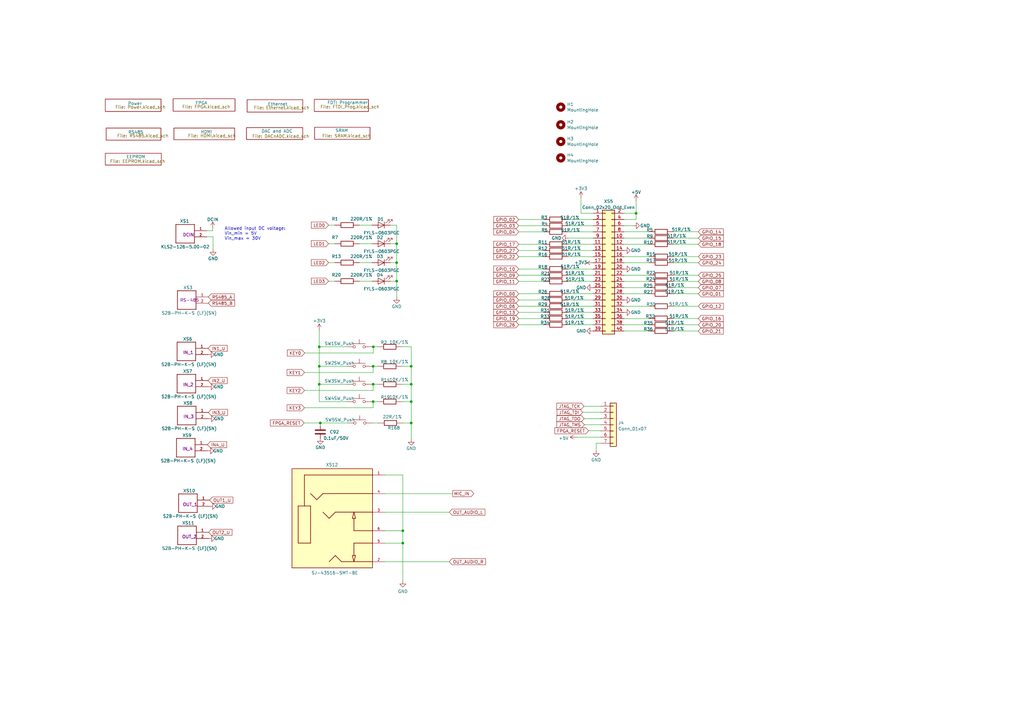
<source format=kicad_sch>
(kicad_sch (version 20230121) (generator eeschema)
  (paper "A3")
  (title_block (title "ПИР СЦХ-254 \"Карно\"\n(Karnix ASB-254)") (date "2024-02-01") (rev "V1.2") (company "ООО \"Фабмикро\"") (comment 1 "ФМТД.466961.029 Э3") (comment 2 "Залата Р.Н."))
  (junction (at 130.937 150.241))
  (junction (at 168.656 173.5))
  (junction (at 165.227 217.678))
  (junction (at 168.656 157.607))
  (junction (at 130.937 157.607))
  (junction (at 162.687 115.316))
  (junction (at 168.656 150.241))
  (junction (at 168.656 164.719))
  (junction (at 153.035 150.241))
  (junction (at 153.035 164.719))
  (junction (at 162.687 99.949))
  (junction (at 260.8904 87.4861))
  (junction (at 165.227 222.758))
  (junction (at 162.687 107.7136))
  (junction (at 130.937 142.24))
  (junction (at 153.1304 142.24))
  (junction (at 153.035 157.607))
  (junction (at 131.3895 173.482))
  (wire (pts (xy 244.5 184.8) (xy 244.5 181.82)))
  (wire (pts (xy 266.0974 97.6461) (xy 255.9374 97.6461)))
  (wire (pts (xy 168.656 150.241) (xy 164.973 150.241)))
  (wire (pts (xy 130.937 135.382) (xy 130.937 142.24)))
  (wire (pts (xy 222.9174 102.7515) (xy 212.7574 102.7515)))
  (wire (pts (xy 238.2844 87.4861) (xy 243.2374 87.4861)))
  (wire (pts (xy 153.035 164.719) (xy 152.4 164.719)))
  (wire (pts (xy 222.9174 100.1861) (xy 212.7574 100.1861)))
  (wire (pts (xy 87.376 97.155) (xy 87.376 102.235)))
  (wire (pts (xy 276.3082 107.7807) (xy 286.4682 107.7807)))
  (wire (pts (xy 276.3122 105.2447) (xy 286.4722 105.2447)))
  (wire (pts (xy 276.2574 95.0807) (xy 286.4174 95.0807)))
  (wire (pts (xy 246.5 169.1) (xy 246.5 169.12)))
  (wire (pts (xy 255.9374 125.6115) (xy 255.9374 125.5861)))
  (wire (pts (xy 276.225 135.763) (xy 286.385 135.763)))
  (wire (pts (xy 243.2374 95.1061) (xy 233.0774 95.1061)))
  (wire (pts (xy 255.9374 95.0807) (xy 255.9374 95.1061)))
  (wire (pts (xy 154.813 157.607) (xy 153.035 157.607)))
  (wire (pts (xy 266.0974 95.0807) (xy 255.9374 95.0807)))
  (wire (pts (xy 165.227 194.818) (xy 165.227 217.678)))
  (wire (pts (xy 239.7 174.2) (xy 246.42 174.2)))
  (wire (pts (xy 162.687 99.949) (xy 160.147 99.949)))
  (wire (pts (xy 266.0974 125.6115) (xy 255.9374 125.6115)))
  (wire (pts (xy 168.656 173.5) (xy 168.656 180.086)))
  (wire (pts (xy 233.0774 105.2661) (xy 243.2374 105.2661)))
  (wire (pts (xy 162.687 115.316) (xy 160.147 115.316)))
  (wire (pts (xy 276.2574 115.4261) (xy 286.4174 115.4261)))
  (wire (pts (xy 153.035 160.147) (xy 153.035 157.607)))
  (wire (pts (xy 276.2574 125.6115) (xy 286.4174 125.6115)))
  (wire (pts (xy 243.2374 90.0261) (xy 233.0774 90.0261)))
  (wire (pts (xy 243.2374 100.1861) (xy 233.0774 100.1861)))
  (wire (pts (xy 233.0774 120.5061) (xy 243.2374 120.5061)))
  (wire (pts (xy 162.687 99.949) (xy 162.687 107.7136)))
  (wire (pts (xy 276.2574 117.9661) (xy 286.4174 117.9661)))
  (wire (pts (xy 137.287 107.7136) (xy 134.747 107.7136)))
  (wire (pts (xy 162.687 115.316) (xy 162.687 121.92)))
  (wire (pts (xy 266.0974 100.1861) (xy 266.0974 100.1607)))
  (wire (pts (xy 246.5 179.28) (xy 246.42 179.28)))
  (wire (pts (xy 255.925 107.7995) (xy 255.9374 107.7995)))
  (wire (pts (xy 255.925 107.7807) (xy 255.925 107.7995)))
  (wire (pts (xy 266.1482 112.8861) (xy 266.1482 112.9115)))
  (wire (pts (xy 160.147 92.329) (xy 162.687 92.329)))
  (wire (pts (xy 142.24 157.607) (xy 130.937 157.607)))
  (wire (pts (xy 185.674 202.438) (xy 157.861 202.438)))
  (wire (pts (xy 130.937 150.241) (xy 130.937 157.607)))
  (wire (pts (xy 152.527 107.7136) (xy 147.447 107.7136)))
  (wire (pts (xy 124.7148 173.482) (xy 131.3895 173.482)))
  (wire (pts (xy 137.287 115.316) (xy 134.747 115.316)))
  (wire (pts (xy 222.9174 130.6661) (xy 212.7574 130.6661)))
  (wire (pts (xy 255.9374 130.6661) (xy 266.0466 130.6661)))
  (wire (pts (xy 153.1304 144.78) (xy 153.1304 142.24)))
  (wire (pts (xy 276.2574 100.1607) (xy 286.4174 100.1607)))
  (wire (pts (xy 260.8904 87.4861) (xy 255.9374 87.4861)))
  (wire (pts (xy 157.861 210.058) (xy 184.277 210.058)))
  (wire (pts (xy 259.7474 92.5661) (xy 255.9374 92.5661)))
  (wire (pts (xy 246.5 171.7) (xy 246.5 171.66)))
  (wire (pts (xy 153.035 152.781) (xy 153.035 150.241)))
  (wire (pts (xy 157.861 222.758) (xy 165.227 222.758)))
  (wire (pts (xy 266.0974 133.2061) (xy 266.0974 133.2315)))
  (wire (pts (xy 239 169.1) (xy 246.5 169.1)))
  (wire (pts (xy 222.9174 112.8861) (xy 212.7574 112.8861)))
  (wire (pts (xy 124.8726 167.259) (xy 153.035 167.259)))
  (wire (pts (xy 255.9374 105.2661) (xy 266.1522 105.2661)))
  (wire (pts (xy 243.2374 102.7515) (xy 243.2374 102.7261)))
  (wire (pts (xy 221.68 174.5) (xy 221.7 174.5)))
  (wire (pts (xy 266.0466 130.6661) (xy 266.0466 130.6407)))
  (wire (pts (xy 212.7574 92.5661) (xy 222.9174 92.5661)))
  (wire (pts (xy 266.1482 107.7807) (xy 255.925 107.7807)))
  (wire (pts (xy 233.0774 123.0461) (xy 243.2374 123.0461)))
  (wire (pts (xy 142.24 164.719) (xy 130.937 164.719)))
  (wire (pts (xy 165.23 173.5) (xy 168.656 173.5)))
  (wire (pts (xy 260.8904 82.4061) (xy 260.8904 87.4861)))
  (wire (pts (xy 168.656 157.607) (xy 168.656 164.719)))
  (wire (pts (xy 233.0774 102.7515) (xy 243.2374 102.7515)))
  (wire (pts (xy 236.4 179.3) (xy 246.5 179.3)))
  (wire (pts (xy 153.035 167.259) (xy 153.035 164.719)))
  (wire (pts (xy 168.656 164.719) (xy 168.656 173.5)))
  (wire (pts (xy 239.5 166.6) (xy 246.5 166.6)))
  (wire (pts (xy 222.9174 120.5061) (xy 212.7574 120.5061)))
  (wire (pts (xy 246.5 166.6) (xy 246.5 166.58)))
  (wire (pts (xy 222.9174 105.2661) (xy 212.7574 105.2661)))
  (wire (pts (xy 246.5 176.74) (xy 246.42 176.74)))
  (wire (pts (xy 222.9174 128.1261) (xy 212.7574 128.1261)))
  (wire (pts (xy 162.687 107.7136) (xy 162.687 115.316)))
  (wire (pts (xy 222.9174 133.2061) (xy 212.7574 133.2061)))
  (wire (pts (xy 165.227 222.758) (xy 165.227 238.252)))
  (wire (pts (xy 157.861 217.678) (xy 165.227 217.678)))
  (wire (pts (xy 153.035 157.607) (xy 152.4 157.607)))
  (wire (pts (xy 260.8904 90.0261) (xy 260.8904 87.4861)))
  (wire (pts (xy 266.1522 105.2661) (xy 266.1522 105.2447)))
  (wire (pts (xy 152.527 92.329) (xy 147.447 92.329)))
  (wire (pts (xy 255.9374 135.7461) (xy 266.065 135.7461)))
  (wire (pts (xy 87.249 93.599) (xy 87.249 94.615)))
  (wire (pts (xy 152.527 115.316) (xy 147.447 115.316)))
  (wire (pts (xy 255.9374 133.2061) (xy 266.0974 133.2061)))
  (wire (pts (xy 168.656 142.24) (xy 164.973 142.24)))
  (wire (pts (xy 212.7574 123.0461) (xy 222.9174 123.0461)))
  (wire (pts (xy 154.813 142.24) (xy 153.1304 142.24)))
  (wire (pts (xy 153.1304 142.24) (xy 152.4 142.24)))
  (wire (pts (xy 124.8726 160.147) (xy 153.035 160.147)))
  (wire (pts (xy 233.0774 133.2061) (xy 243.2374 133.2061)))
  (wire (pts (xy 168.656 150.241) (xy 168.656 142.24)))
  (wire (pts (xy 130.937 157.607) (xy 130.937 164.719)))
  (wire (pts (xy 165.227 217.678) (xy 165.227 222.758)))
  (wire (pts (xy 246.5 171.66) (xy 246.42 171.66)))
  (wire (pts (xy 233.0774 112.8861) (xy 243.2374 112.8861)))
  (wire (pts (xy 124.8726 152.781) (xy 153.035 152.781)))
  (wire (pts (xy 239.6 171.7) (xy 246.5 171.7)))
  (wire (pts (xy 131.3895 174.6287) (xy 131.3895 173.482)))
  (wire (pts (xy 152.6548 173.482) (xy 155.07 173.482)))
  (wire (pts (xy 233.0774 97.6461) (xy 243.2374 97.6461)))
  (wire (pts (xy 243.2374 110.3461) (xy 233.0774 110.3461)))
  (wire (pts (xy 255.9374 112.8861) (xy 266.1482 112.8861)))
  (wire (pts (xy 212.7574 90.0261) (xy 222.9174 90.0261)))
  (wire (pts (xy 276.2574 120.5061) (xy 286.4174 120.5061)))
  (wire (pts (xy 154.813 150.241) (xy 153.035 150.241)))
  (wire (pts (xy 255.9374 107.7995) (xy 255.9374 107.8061)))
  (wire (pts (xy 246.5 169.12) (xy 246.42 169.12)))
  (wire (pts (xy 154.813 164.719) (xy 153.035 164.719)))
  (wire (pts (xy 246.5 179.3) (xy 246.5 179.28)))
  (wire (pts (xy 233.0774 92.5661) (xy 243.2374 92.5661)))
  (wire (pts (xy 137.287 92.329) (xy 134.747 92.329)))
  (wire (pts (xy 276.2574 133.2315) (xy 286.4174 133.2315)))
  (wire (pts (xy 255.9374 90.0261) (xy 260.8904 90.0261)))
  (wire (pts (xy 276.2574 97.6461) (xy 286.4174 97.6461)))
  (wire (pts (xy 246.5 176.7) (xy 246.5 176.74)))
  (wire (pts (xy 130.937 150.241) (xy 130.937 142.24)))
  (wire (pts (xy 243.2374 125.5861) (xy 233.0774 125.5861)))
  (wire (pts (xy 238.2844 81.1361) (xy 238.2844 87.4861)))
  (wire (pts (xy 266.0974 117.9661) (xy 255.9374 117.9661)))
  (wire (pts (xy 157.861 194.818) (xy 165.227 194.818)))
  (wire (pts (xy 222.9174 115.4261) (xy 212.7574 115.4261)))
  (wire (pts (xy 157.861 230.378) (xy 184.277 230.378)))
  (wire (pts (xy 87.249 94.615) (xy 84.836 94.615)))
  (wire (pts (xy 255.9374 100.1861) (xy 266.0974 100.1861)))
  (wire (pts (xy 276.2066 130.6407) (xy 286.3666 130.6407)))
  (wire (pts (xy 155.07 173.482) (xy 155.07 173.5)))
  (wire (pts (xy 130.937 142.24) (xy 142.24 142.24)))
  (wire (pts (xy 255.9374 115.4261) (xy 266.0974 115.4261)))
  (wire (pts (xy 162.687 92.329) (xy 162.687 99.949)))
  (wire (pts (xy 266.065 135.7461) (xy 266.065 135.763)))
  (wire (pts (xy 137.287 99.949) (xy 134.747 99.949)))
  (wire (pts (xy 222.9174 95.1061) (xy 212.7574 95.1061)))
  (wire (pts (xy 233.0774 130.6661) (xy 243.2374 130.6661)))
  (wire (pts (xy 142.24 150.241) (xy 130.937 150.241)))
  (wire (pts (xy 162.687 107.7136) (xy 160.147 107.7136)))
  (wire (pts (xy 266.0974 120.5061) (xy 255.9374 120.5061)))
  (wire (pts (xy 233.0774 128.1261) (xy 243.2374 128.1261)))
  (wire (pts (xy 276.3082 112.9115) (xy 286.4682 112.9115)))
  (wire (pts (xy 168.656 150.241) (xy 168.656 157.607)))
  (wire (pts (xy 246.5 166.58) (xy 246.42 166.58)))
  (wire (pts (xy 241.4 176.7) (xy 246.5 176.7)))
  (wire (pts (xy 152.527 99.949) (xy 147.447 99.949)))
  (wire (pts (xy 124.968 144.78) (xy 153.1304 144.78)))
  (wire (pts (xy 222.9174 110.3461) (xy 212.7574 110.3461)))
  (wire (pts (xy 233.0774 115.4261) (xy 243.2374 115.4261)))
  (wire (pts (xy 244.5 181.82) (xy 246.42 181.82)))
  (wire (pts (xy 168.656 164.719) (xy 164.973 164.719)))
  (wire (pts (xy 153.035 150.241) (xy 152.4 150.241)))
  (wire (pts (xy 222.9174 125.5861) (xy 212.7574 125.5861)))
  (wire (pts (xy 131.3895 173.482) (xy 142.4948 173.482)))
  (wire (pts (xy 84.836 97.155) (xy 87.376 97.155)))
  (wire (pts (xy 168.656 157.607) (xy 164.973 157.607)))
  (text "Allowed input DC voltage:\nVin_min = 5V\nVin_max = 30V" (at 92.075 98.679 0) (effects (font (size 1.27 1.27)) (justify left bottom)))
  (global_label "KEY3" (shape input) (at 124.8726 167.259 180) (property "Intersheetrefs" "${INTERSHEET_REFS}" (effects hide)))
  (global_label "GPIO_14" (shape input) (at 286.4174 95.0807 0) (property "Intersheetrefs" "${INTERSHEET_REFS}" (effects hide)))
  (global_label "OUT_AUDIO_L" (shape input) (at 184.277 210.058 0) (property "Intersheetrefs" "${INTERSHEET_REFS}" (effects hide)) (property "Обозначения листов" "${INTERSHEET_REFS}" (effects hide)))
  (global_label "MIC_IN" (shape output) (at 185.674 202.438 0) (property "Intersheetrefs" "${INTERSHEET_REFS}" (effects hide)) (property "Обозначения листов" "${INTERSHEET_REFS}" (effects hide)))
  (global_label "GPIO_20" (shape input) (at 286.4174 133.2315 0) (property "Intersheetrefs" "${INTERSHEET_REFS}" (effects hide)))
  (global_label "GPIO_00" (shape input) (at 212.7574 120.5061 180) (property "Intersheetrefs" "${INTERSHEET_REFS}" (effects hide)))
  (global_label "GPIO_08" (shape input) (at 286.4174 115.4261 0) (property "Intersheetrefs" "${INTERSHEET_REFS}" (effects hide)))
  (global_label "FPGA_RESET" (shape input) (at 241.4 176.7 180) (property "Intersheetrefs" "${INTERSHEET_REFS}" (effects hide)))
  (global_label "GPIO_09" (shape input) (at 212.7574 112.8861 180) (property "Intersheetrefs" "${INTERSHEET_REFS}" (effects hide)))
  (global_label "GPIO_02" (shape input) (at 212.7574 90.0261 180) (property "Intersheetrefs" "${INTERSHEET_REFS}" (effects hide)))
  (global_label "LED2" (shape input) (at 134.747 107.7136 180) (property "Intersheetrefs" "${INTERSHEET_REFS}" (effects hide)))
  (global_label "GPIO_10" (shape input) (at 212.7574 110.3461 180) (property "Intersheetrefs" "${INTERSHEET_REFS}" (effects hide)))
  (global_label "KEY2" (shape input) (at 124.8726 160.147 180) (property "Intersheetrefs" "${INTERSHEET_REFS}" (effects hide)))
  (global_label "RS485_A" (shape input) (at 85.471 121.793 0) (property "Intersheetrefs" "${INTERSHEET_REFS}" (effects hide)))
  (global_label "IN4_U" (shape input) (at 85.09 182.372 0) (property "Intersheetrefs" "${INTERSHEET_REFS}" (effects hide)) (property "Обозначения листов" "${INTERSHEET_REFS}" (effects hide)))
  (global_label "IN1_U" (shape input) (at 85.344 142.875 0) (property "Intersheetrefs" "${INTERSHEET_REFS}" (effects hide)) (property "Обозначения листов" "${INTERSHEET_REFS}" (effects hide)))
  (global_label "GPIO_03" (shape input) (at 212.7574 92.5661 180) (property "Intersheetrefs" "${INTERSHEET_REFS}" (effects hide)))
  (global_label "GPIO_12" (shape input) (at 286.4174 125.6115 0) (property "Intersheetrefs" "${INTERSHEET_REFS}" (effects hide)))
  (global_label "JTAG_TCK" (shape input) (at 239.5 166.6 180) (property "Intersheetrefs" "${INTERSHEET_REFS}" (effects hide)))
  (global_label "GPIO_06" (shape input) (at 212.7574 125.5861 180) (property "Intersheetrefs" "${INTERSHEET_REFS}" (effects hide)))
  (global_label "IN3_U" (shape input) (at 85.471 169.164 0) (property "Intersheetrefs" "${INTERSHEET_REFS}" (effects hide)) (property "Обозначения листов" "${INTERSHEET_REFS}" (effects hide)))
  (global_label "GPIO_24" (shape input) (at 286.4682 107.7807 0) (property "Intersheetrefs" "${INTERSHEET_REFS}" (effects hide)))
  (global_label "IN2_U" (shape input) (at 85.344 156.083 0) (property "Intersheetrefs" "${INTERSHEET_REFS}" (effects hide)) (property "Обозначения листов" "${INTERSHEET_REFS}" (effects hide)))
  (global_label "JTAG_TDI" (shape input) (at 239 169.1 180) (property "Intersheetrefs" "${INTERSHEET_REFS}" (effects hide)))
  (global_label "RS485_B" (shape input) (at 85.471 124.333 0) (property "Intersheetrefs" "${INTERSHEET_REFS}" (effects hide)))
  (global_label "JTAG_TDO" (shape input) (at 239.6 171.7 180) (property "Intersheetrefs" "${INTERSHEET_REFS}" (effects hide)))
  (global_label "OUT_AUDIO_R" (shape input) (at 184.277 230.378 0) (property "Intersheetrefs" "${INTERSHEET_REFS}" (effects hide)) (property "Обозначения листов" "${INTERSHEET_REFS}" (effects hide)))
  (global_label "GPIO_27" (shape input) (at 212.7574 102.7515 180) (property "Intersheetrefs" "${INTERSHEET_REFS}" (effects hide)))
  (global_label "LED3" (shape input) (at 134.747 115.316 180) (property "Intersheetrefs" "${INTERSHEET_REFS}" (effects hide)))
  (global_label "GPIO_18" (shape input) (at 286.4174 100.1607 0) (property "Intersheetrefs" "${INTERSHEET_REFS}" (effects hide)))
  (global_label "GPIO_23" (shape input) (at 286.4722 105.2447 0) (property "Intersheetrefs" "${INTERSHEET_REFS}" (effects hide)))
  (global_label "KEY0" (shape input) (at 124.968 144.78 180) (property "Intersheetrefs" "${INTERSHEET_REFS}" (effects hide)))
  (global_label "LED0" (shape input) (at 134.747 92.329 180) (property "Intersheetrefs" "${INTERSHEET_REFS}" (effects hide)))
  (global_label "GPIO_17" (shape input) (at 212.7574 100.1861 180) (property "Intersheetrefs" "${INTERSHEET_REFS}" (effects hide)))
  (global_label "GPIO_21" (shape input) (at 286.385 135.763 0) (property "Intersheetrefs" "${INTERSHEET_REFS}" (effects hide)))
  (global_label "GPIO_16" (shape input) (at 286.3666 130.6407 0) (property "Intersheetrefs" "${INTERSHEET_REFS}" (effects hide)))
  (global_label "GPIO_01" (shape input) (at 286.4174 120.5061 0) (property "Intersheetrefs" "${INTERSHEET_REFS}" (effects hide)))
  (global_label "GPIO_05" (shape input) (at 212.7574 123.0461 180) (property "Intersheetrefs" "${INTERSHEET_REFS}" (effects hide)))
  (global_label "GPIO_07" (shape input) (at 286.4174 117.9661 0) (property "Intersheetrefs" "${INTERSHEET_REFS}" (effects hide)))
  (global_label "KEY1" (shape input) (at 124.8726 152.781 180) (property "Intersheetrefs" "${INTERSHEET_REFS}" (effects hide)))
  (global_label "GPIO_13" (shape input) (at 212.7574 128.1261 180) (property "Intersheetrefs" "${INTERSHEET_REFS}" (effects hide)))
  (global_label "LED1" (shape input) (at 134.747 99.949 180) (property "Intersheetrefs" "${INTERSHEET_REFS}" (effects hide)))
  (global_label "GPIO_11" (shape input) (at 212.7574 115.4261 180) (property "Intersheetrefs" "${INTERSHEET_REFS}" (effects hide)))
  (global_label "OUT2_U" (shape input) (at 85.598 218.313 0) (property "Intersheetrefs" "${INTERSHEET_REFS}" (effects hide)) (property "Обозначения листов" "${INTERSHEET_REFS}" (effects hide)))
  (global_label "JTAG_TMS" (shape input) (at 239.7 174.2 180) (property "Intersheetrefs" "${INTERSHEET_REFS}" (effects hide)))
  (global_label "GPIO_19" (shape input) (at 212.7574 130.6661 180) (property "Intersheetrefs" "${INTERSHEET_REFS}" (effects hide)))
  (global_label "GPIO_26" (shape input) (at 212.7574 133.2061 180) (property "Intersheetrefs" "${INTERSHEET_REFS}" (effects hide)))
  (global_label "GPIO_15" (shape input) (at 286.4174 97.6461 0) (property "Intersheetrefs" "${INTERSHEET_REFS}" (effects hide)))
  (global_label "FPGA_RESET" (shape input) (at 124.7148 173.482 180) (property "Intersheetrefs" "${INTERSHEET_REFS}" (effects hide)))
  (global_label "GPIO_04" (shape input) (at 212.7574 95.1061 180) (property "Intersheetrefs" "${INTERSHEET_REFS}" (effects hide)))
  (global_label "GPIO_25" (shape input) (at 286.4682 112.9115 0) (property "Intersheetrefs" "${INTERSHEET_REFS}" (effects hide)))
  (global_label "OUT1_U" (shape input) (at 85.979 205.105 0) (property "Intersheetrefs" "${INTERSHEET_REFS}" (effects hide)) (property "Обозначения листов" "${INTERSHEET_REFS}" (effects hide)))
  (global_label "GPIO_22" (shape input) (at 212.7574 105.2661 180) (property "Intersheetrefs" "${INTERSHEET_REFS}" (effects hide)))
  (symbol (lib_id "Fabmicro:CONN_2Pins") (at 72.644 153.543 0) (unit 1)
    (property "Reference" "XS7" (at 76.962 152.273 0))
    (property "Value" "S2B-PH-K-S (LF)(SN)" (at 77.47 162.687 0))
    (property "Footprint" "Connector_JST:JST_PH_S2B-PH-K_1x02_P2.00mm_Horizontal" (effects hide))
    (property "Assignment" "IN_2" (at 75.057 158.496 0) (effects (justify left bottom)))
    (property "Поле7" "Connector 2 Pins" (effects hide))
    (property "Поле8" "2 Pins Connectors" (effects hide))
    (property "Mfr. Part Number" "S2B-PH-K-S (LF)(SN)" (effects hide))
    (property "Supplier" "Fabmicro" (effects hide))
  )
  (symbol (lib_id "Fabmicro:Resistor") (at 271.1774 120.5061 180) (unit 1)
    (property "Reference" "R27" (at 267.8754 119.7441 0) (effects (justify left)))
    (property "Value" "51R/1%" (at 280.5754 119.6171 0) (effects (justify left)))
    (property "Footprint" "Fabmicro:R_0402_1005Metric" (effects hide))
    (property "Mfr. Part Number" "RC0402FR-0751RL" (effects hide))
    (property "Supplier" "Fabmicro" (effects hide))
  )
  (symbol (lib_id "Fabmicro:Resistor") (at 227.9974 110.3461 180) (unit 1)
    (property "Reference" "R18" (at 224.5938 109.5079 0) (effects (justify left)))
    (property "Value" "51R/1%" (at 237.744 109.347 0) (effects (justify left)))
    (property "Footprint" "Fabmicro:R_0402_1005Metric" (effects hide))
    (property "Mfr. Part Number" "RC0402FR-0751RL" (effects hide))
    (property "Supplier" "Fabmicro" (effects hide))
  )
  (symbol (lib_id "Fabmicro:LED") (at 160.147 107.7136 180) (unit 1)
    (property "Reference" "D3" (at 155.829 105.1736 0))
    (property "Value" "FYLS-0603PGC" (at 156.5148 110.8886 0))
    (property "Footprint" "LED_SMD:LED_0603_1608Metric" (effects hide))
    (property "Mfr. Part Number" "FYLS-0603PGC" (effects hide))
  )
  (symbol (lib_id "Fabmicro:Resistor") (at 159.893 150.241 0) (unit 1)
    (property "Reference" "R8" (at 156.083 148.463 0) (effects (justify left)))
    (property "Value" "10K/1%" (at 159.639 148.336 0) (effects (justify left)))
    (property "Footprint" "Fabmicro:R_0402_1005Metric" (effects hide))
    (property "Mfr. Part Number" "RC0402FR-0710KL" (effects hide))
  )
  (symbol (lib_id "Fabmicro:Resistor") (at 227.9974 95.1061 180) (unit 1)
    (property "Reference" "R6" (at 224.6954 94.3441 0) (effects (justify left)))
    (property "Value" "51R/1%" (at 237.9034 94.3441 0) (effects (justify left)))
    (property "Footprint" "Fabmicro:R_0402_1005Metric" (effects hide))
    (property "Mfr. Part Number" "RC0402FR-0751RL" (effects hide))
    (property "Supplier" "Fabmicro" (effects hide))
  )
  (symbol (lib_id "Fabmicro:Resistor") (at 159.893 142.24 0) (unit 1)
    (property "Reference" "R2" (at 156.083 140.462 0) (effects (justify left)))
    (property "Value" "10K/1%" (at 159.639 140.335 0) (effects (justify left)))
    (property "Footprint" "Fabmicro:R_0402_1005Metric" (effects hide))
    (property "Mfr. Part Number" "RC0402FR-0710KL" (effects hide))
  )
  (symbol (lib_id "Fabmicro:Resistor") (at 142.367 115.316 0) (unit 1)
    (property "Reference" "R20" (at 136.017 112.776 0) (effects (justify left)))
    (property "Value" "220R/1%" (at 143.637 112.776 0) (effects (justify left)))
    (property "Footprint" "Fabmicro:R_0402_1005Metric" (effects hide))
    (property "Mfr. Part Number" "RC0402JR-07220RL" (effects hide))
    (property "Supplier" "Fabmicro" (effects hide))
  )
  (symbol (lib_id "Mechanical:MountingHole") (at 229.997 64.77 0) (unit 1)
    (property "Reference" "H4" (at 232.537 63.6016 0) (effects (justify left)))
    (property "Value" "MountingHole" (at 232.537 65.913 0) (effects (justify left)))
    (property "Footprint" "Fabmicro:MountingHole_3.2mm_M3_ISO7380_NoPad" (effects hide))
  )
  (symbol (lib_id "power:GND") (at 85.598 220.853 90) (unit 1)
    (property "Reference" "#PWR0204" (effects hide))
    (property "Value" "GND" (at 89.916 220.853 90))
  )
  (symbol (lib_id "Fabmicro:CONN_2Pins") (at 73.279 202.565 0) (unit 1)
    (property "Reference" "XS10" (at 77.597 201.295 0))
    (property "Value" "S2B-PH-K-S (LF)(SN)" (at 78.105 211.709 0))
    (property "Footprint" "Connector_JST:JST_PH_S2B-PH-K_1x02_P2.00mm_Horizontal" (effects hide))
    (property "Assignment" "OUT_1" (at 74.93 207.645 0) (effects (justify left bottom)))
    (property "Поле7" "Connector 2 Pins" (effects hide))
    (property "Поле8" "2 Pins Connectors" (effects hide))
    (property "Mfr. Part Number" "S2B-PH-K-S (LF)(SN)" (effects hide))
    (property "Supplier" "Fabmicro" (effects hide))
  )
  (symbol (lib_id "Fabmicro:CONN_2Pins") (at 72.771 166.624 0) (unit 1)
    (property "Reference" "XS8" (at 77.089 165.354 0))
    (property "Value" "S2B-PH-K-S (LF)(SN)" (at 77.597 175.768 0))
    (property "Footprint" "Connector_JST:JST_PH_S2B-PH-K_1x02_P2.00mm_Horizontal" (effects hide))
    (property "Assignment" "IN_3" (at 75.184 171.577 0) (effects (justify left bottom)))
    (property "Поле7" "Connector 2 Pins" (effects hide))
    (property "Поле8" "2 Pins Connectors" (effects hide))
    (property "Mfr. Part Number" "S2B-PH-K-S (LF)(SN)" (effects hide))
    (property "Supplier" "Fabmicro" (effects hide))
  )
  (symbol (lib_id "Fabmicro:Resistor") (at 271.145 135.763 180) (unit 1)
    (property "Reference" "R36" (at 267.843 135.001 0) (effects (justify left)))
    (property "Value" "51R/1%" (at 280.543 134.874 0) (effects (justify left)))
    (property "Footprint" "Fabmicro:R_0402_1005Metric" (effects hide))
    (property "Mfr. Part Number" "RC0402FR-0751RL" (effects hide))
    (property "Supplier" "Fabmicro" (effects hide))
  )
  (symbol (lib_id "Fabmicro:Resistor") (at 227.9974 115.4261 0) (unit 1)
    (property "Reference" "R23" (at 221.7998 114.6387 0) (effects (justify left)))
    (property "Value" "51R/1%" (at 231.909 114.5371 0) (effects (justify left)))
    (property "Footprint" "Fabmicro:R_0402_1005Metric" (effects hide))
    (property "Mfr. Part Number" "RC0402FR-0751RL" (effects hide))
    (property "Supplier" "Fabmicro" (effects hide))
  )
  (symbol (lib_id "Fabmicro:Resistor") (at 227.9974 133.2061 0) (unit 1)
    (property "Reference" "R34" (at 221.6474 132.3679 0) (effects (justify left)))
    (property "Value" "51R/1%" (at 231.655 132.3171 0) (effects (justify left)))
    (property "Footprint" "Fabmicro:R_0402_1005Metric" (effects hide))
    (property "Mfr. Part Number" "RC0402FR-0751RL" (effects hide))
    (property "Supplier" "Fabmicro" (effects hide))
  )
  (symbol (lib_id "Switch:SW_Push") (at 147.32 157.607 0) (unit 1)
    (property "Reference" "SW3" (at 135.128 156.2927 0))
    (property "Value" "SW_Push" (at 141.097 156.2927 0))
    (property "Footprint" "Button_Switch_SMD:SW_SPST_EVQPE1" (effects hide))
    (property "Mfr. Part Number" "DTSM-32" (effects hide))
  )
  (symbol (lib_id "Fabmicro:+3V3") (at 130.937 135.382 0) (unit 1)
    (property "Reference" "#PWR02" (effects hide))
    (property "Value" "+3V3" (at 130.937 131.572 0))
  )
  (symbol (lib_id "power:GND") (at 255.9374 110.3461 90) (mirror x) (unit 1)
    (property "Reference" "#PWR010" (effects hide))
    (property "Value" "GND" (at 260.7634 110.3461 90))
  )
  (symbol (lib_id "Fabmicro:Resistor") (at 227.9974 130.6661 0) (unit 1)
    (property "Reference" "R33" (at 221.6474 129.8279 0) (effects (justify left)))
    (property "Value" "51R/1%" (at 231.655 129.7771 0) (effects (justify left)))
    (property "Footprint" "Fabmicro:R_0402_1005Metric" (effects hide))
    (property "Mfr. Part Number" "RC0402FR-0751RL" (effects hide))
    (property "Supplier" "Fabmicro" (effects hide))
  )
  (symbol (lib_id "Fabmicro:CONN_2Pins") (at 72.771 119.253 0) (unit 1)
    (property "Reference" "XS3" (at 77.089 117.983 0))
    (property "Value" "S2B-PH-K-S (LF)(SN)" (at 77.597 128.397 0))
    (property "Footprint" "Connector_JST:JST_PH_S2B-PH-K_1x02_P2.00mm_Horizontal" (effects hide))
    (property "Assignment" "RS-485" (at 73.787 123.825 0) (effects (justify left bottom)))
    (property "Поле7" "Connector 2 Pins" (effects hide))
    (property "Поле8" "2 Pins Connectors" (effects hide))
    (property "Mfr. Part Number" "S2B-PH-K-S (LF)(SN)" (effects hide))
    (property "Supplier" "Fabmicro" (effects hide))
  )
  (symbol (lib_id "Fabmicro:Resistor") (at 142.367 99.949 0) (unit 1)
    (property "Reference" "R7" (at 136.017 97.409 0) (effects (justify left)))
    (property "Value" "220R/1%" (at 143.637 97.409 0) (effects (justify left)))
    (property "Footprint" "Fabmicro:R_0402_1005Metric" (effects hide))
    (property "Mfr. Part Number" "RC0402JR-07220RL" (effects hide))
    (property "Supplier" "Fabmicro" (effects hide))
  )
  (symbol (lib_id "Fabmicro:+3V3") (at 238.2844 81.1361 0) (unit 1)
    (property "Reference" "#PWR01" (effects hide))
    (property "Value" "+3V3" (at 238.2844 77.3261 0))
  )
  (symbol (lib_id "power:GND") (at 162.687 121.92 0) (mirror y) (unit 1)
    (property "Reference" "#PWR015" (effects hide))
    (property "Value" "GND" (at 162.687 125.73 0))
  )
  (symbol (lib_id "Fabmicro:Resistor") (at 227.9974 128.1261 0) (unit 1)
    (property "Reference" "R31" (at 221.6474 127.2879 0) (effects (justify left)))
    (property "Value" "51R/1%" (at 231.655 127.2371 0) (effects (justify left)))
    (property "Footprint" "Fabmicro:R_0402_1005Metric" (effects hide))
    (property "Mfr. Part Number" "RC0402FR-0751RL" (effects hide))
    (property "Supplier" "Fabmicro" (effects hide))
  )
  (symbol (lib_id "Mechanical:MountingHole") (at 229.997 58.039 0) (unit 1)
    (property "Reference" "H3" (at 232.537 56.8706 0) (effects (justify left)))
    (property "Value" "MountingHole" (at 232.537 59.182 0) (effects (justify left)))
    (property "Footprint" "Fabmicro:MountingHole_3.2mm_M3_ISO7380_NoPad" (effects hide))
  )
  (symbol (lib_id "Fabmicro:Resistor") (at 227.9974 90.0261 180) (unit 1)
    (property "Reference" "R3" (at 224.5684 89.2641 0) (effects (justify left)))
    (property "Value" "51R/1%" (at 237.6494 89.2641 0) (effects (justify left)))
    (property "Footprint" "Fabmicro:R_0402_1005Metric" (effects hide))
    (property "Mfr. Part Number" "RC0402FR-0751RL" (effects hide))
    (property "Supplier" "Fabmicro" (effects hide))
  )
  (symbol (lib_id "power:GND") (at 85.344 158.623 90) (unit 1)
    (property "Reference" "#PWR0200" (effects hide))
    (property "Value" "GND" (at 89.662 158.623 90))
  )
  (symbol (lib_id "Fabmicro:Resistor") (at 271.1266 130.6407 0) (unit 1)
    (property "Reference" "R32" (at 264.7766 129.7263 0) (effects (justify left)))
    (property "Value" "51R/1%" (at 274.4794 129.6247 0) (effects (justify left)))
    (property "Footprint" "Fabmicro:R_0402_1005Metric" (effects hide))
    (property "Mfr. Part Number" "RC0402FR-0751RL" (effects hide))
    (property "Supplier" "Fabmicro" (effects hide))
  )
  (symbol (lib_id "Fabmicro:Resistor") (at 227.9974 92.5661 0) (unit 1)
    (property "Reference" "R4" (at 222.0284 91.8041 0) (effects (justify left)))
    (property "Value" "51R/1%" (at 231.775 91.694 0) (effects (justify left)))
    (property "Footprint" "Fabmicro:R_0402_1005Metric" (effects hide))
    (property "Mfr. Part Number" "RC0402FR-0751RL" (effects hide))
    (property "Supplier" "Fabmicro" (effects hide))
  )
  (symbol (lib_id "Mechanical:MountingHole") (at 229.997 43.942 0) (unit 1)
    (property "Reference" "H1" (at 232.537 42.7736 0) (effects (justify left)))
    (property "Value" "MountingHole" (at 232.537 45.085 0) (effects (justify left)))
    (property "Footprint" "Fabmicro:MountingHole_3.2mm_M3_ISO7380_NoPad" (effects hide))
  )
  (symbol (lib_id "power:GND") (at 255.9374 123.0461 90) (mirror x) (unit 1)
    (property "Reference" "#PWR016" (effects hide))
    (property "Value" "GND" (at 260.7634 123.0461 90))
  )
  (symbol (lib_id "Fabmicro:LED") (at 160.147 92.329 180) (unit 1)
    (property "Reference" "D1" (at 156.083 89.916 0))
    (property "Value" "FYLS-0603PGC" (at 156.5148 95.504 0))
    (property "Footprint" "LED_SMD:LED_0603_1608Metric" (effects hide))
    (property "Mfr. Part Number" "FYLS-0603PGC" (effects hide))
  )
  (symbol (lib_id "Fabmicro:Resistor") (at 227.9974 100.1861 180) (unit 1)
    (property "Reference" "R11" (at 224.5938 99.3479 0) (effects (justify left)))
    (property "Value" "51R/1%" (at 238.259 99.2463 0) (effects (justify left)))
    (property "Footprint" "Fabmicro:R_0402_1005Metric" (effects hide))
    (property "Mfr. Part Number" "RC0402FR-0751RL" (effects hide))
    (property "Supplier" "Fabmicro" (effects hide))
  )
  (symbol (lib_id "Fabmicro:CONN_2Pins") (at 72.644 140.335 0) (unit 1)
    (property "Reference" "XS6" (at 76.962 139.065 0))
    (property "Value" "S2B-PH-K-S (LF)(SN)" (at 77.47 149.479 0))
    (property "Footprint" "Connector_JST:JST_PH_S2B-PH-K_1x02_P2.00mm_Horizontal" (effects hide))
    (property "Assignment" "IN_1" (at 75.057 145.288 0) (effects (justify left bottom)))
    (property "Поле7" "Connector 2 Pins" (effects hide))
    (property "Поле8" "2 Pins Connectors" (effects hide))
    (property "Mfr. Part Number" "S2B-PH-K-S (LF)(SN)" (effects hide))
    (property "Supplier" "Fabmicro" (effects hide))
  )
  (symbol (lib_id "power:GND") (at 255.9374 128.1261 90) (mirror x) (unit 1)
    (property "Reference" "#PWR017" (effects hide))
    (property "Value" "GND" (at 260.7634 128.1261 90))
  )
  (symbol (lib_id "power:GND") (at 131.3895 179.7087 0) (mirror y) (unit 1)
    (property "Reference" "#PWR0222" (effects hide))
    (property "Value" "GND" (at 131.3895 183.5187 0))
  )
  (symbol (lib_id "power:GND") (at 85.979 207.645 90) (unit 1)
    (property "Reference" "#PWR0203" (effects hide))
    (property "Value" "GND" (at 90.297 207.645 90))
  )
  (symbol (lib_id "Fabmicro:CapacitorUnpolarized") (at 131.3895 177.1687 270) (unit 1)
    (property "Reference" "C92" (at 135.1995 177.1687 90) (effects (justify left)))
    (property "Value" "0.1uF/50V" (at 132.6595 179.7087 90) (effects (justify left)))
    (property "Footprint" "Capacitor_SMD:C_0402_1005Metric" (effects hide))
    (property "Mfr. Part Number" "CC0402KRX7R9BB104" (effects hide))
    (property "Supplier" "Fabmicro" (effects hide))
  )
  (symbol (lib_id "Fabmicro:CONN_2Pins") (at 72.898 215.773 0) (unit 1)
    (property "Reference" "XS11" (at 77.216 214.503 0))
    (property "Value" "S2B-PH-K-S (LF)(SN)" (at 77.724 224.917 0))
    (property "Footprint" "Connector_JST:JST_PH_S2B-PH-K_1x02_P2.00mm_Horizontal" (effects hide))
    (property "Assignment" "OUT_2" (at 74.676 220.853 0) (effects (justify left bottom)))
    (property "Поле7" "Connector 2 Pins" (effects hide))
    (property "Поле8" "2 Pins Connectors" (effects hide))
    (property "Mfr. Part Number" "S2B-PH-K-S (LF)(SN)" (effects hide))
    (property "Supplier" "Fabmicro" (effects hide))
  )
  (symbol (lib_id "Fabmicro:Resistor") (at 160.15 173.5 0) (unit 1)
    (property "Reference" "R168" (at 158.972 175.532 0) (effects (justify left)))
    (property "Value" "22R/1%" (at 156.94 170.96 0) (effects (justify left)))
    (property "Footprint" "Resistor_SMD:R_0402_1005Metric" (effects hide))
    (property "Mfr. Part Number" "RC0402FR-0722RL" (effects hide))
    (property "Supplier" "Fabmicro" (effects hide))
  )
  (symbol (lib_id "Fabmicro:Resistor") (at 227.9974 102.7515 180) (unit 1)
    (property "Reference" "R12" (at 224.5938 101.9133 0) (effects (justify left)))
    (property "Value" "51R/1%" (at 238.259 101.8117 0) (effects (justify left)))
    (property "Footprint" "Fabmicro:R_0402_1005Metric" (effects hide))
    (property "Mfr. Part Number" "RC0402FR-0751RL" (effects hide))
    (property "Supplier" "Fabmicro" (effects hide))
  )
  (symbol (lib_id "power:GND") (at 243.2374 117.9661 270) (mirror x) (unit 1)
    (property "Reference" "#PWR014" (effects hide))
    (property "Value" "GND" (at 238.4114 117.9661 90))
  )
  (symbol (lib_id "power:GND") (at 87.376 102.235 0) (unit 1)
    (property "Reference" "#PWR07" (effects hide))
    (property "Value" "GND" (at 87.376 106.045 0))
  )
  (symbol (lib_id "Fabmicro:Resistor") (at 271.1774 117.9661 180) (unit 1)
    (property "Reference" "R25" (at 267.7484 117.2041 0) (effects (justify left)))
    (property "Value" "51R/1%" (at 280.7024 116.9501 0) (effects (justify left)))
    (property "Footprint" "Fabmicro:R_0402_1005Metric" (effects hide))
    (property "Mfr. Part Number" "RC0402FR-0751RL" (effects hide))
    (property "Supplier" "Fabmicro" (effects hide))
  )
  (symbol (lib_id "Fabmicro:CONN_2Pins") (at 72.136 92.075 0) (unit 1)
    (property "Reference" "XS1" (at 75.692 90.678 0))
    (property "Value" "KLS2-126-5.00-02" (at 75.946 101.219 0))
    (property "Footprint" "Fabmicro:KLS2-126-5.00-2_Vertical" (effects hide))
    (property "Assignment" "DCIN" (at 74.93 97.028 0) (effects (justify left bottom)))
    (property "Mfr. Part Number" "KLS2-126-5.00-02" (effects hide))
    (property "Supplier" "Fabmicro" (effects hide))
  )
  (symbol (lib_id "Fabmicro:LED") (at 160.147 99.949 180) (unit 1)
    (property "Reference" "D2" (at 155.829 97.409 0))
    (property "Value" "FYLS-0603PGC" (at 156.5148 103.124 0))
    (property "Footprint" "LED_SMD:LED_0603_1608Metric" (effects hide))
    (property "Mfr. Part Number" "FYLS-0603PGC" (effects hide))
  )
  (symbol (lib_id "power:GND") (at 168.656 180.086 0) (mirror y) (unit 1)
    (property "Reference" "#PWR013" (effects hide))
    (property "Value" "GND" (at 168.656 183.896 0))
  )
  (symbol (lib_id "power:GND") (at 85.344 145.415 90) (unit 1)
    (property "Reference" "#PWR0199" (effects hide))
    (property "Value" "GND" (at 89.662 145.415 90))
  )
  (symbol (lib_id "Switch:SW_Push") (at 147.32 164.719 0) (unit 1)
    (property "Reference" "SW4" (at 135.128 163.4047 0))
    (property "Value" "SW_Push" (at 141.097 163.4047 0))
    (property "Footprint" "Button_Switch_SMD:SW_SPST_EVQPE1" (effects hide))
    (property "Mfr. Part Number" "DTSM-32" (effects hide))
  )
  (symbol (lib_id "Fabmicro:Resistor") (at 271.2282 107.7807 0) (unit 1)
    (property "Reference" "R17" (at 265.0052 106.7647 0) (effects (justify left)))
    (property "Value" "51R/1%" (at 274.1492 106.7647 0) (effects (justify left)))
    (property "Footprint" "Fabmicro:R_0402_1005Metric" (effects hide))
    (property "Mfr. Part Number" "RC0402FR-0751RL" (effects hide))
    (property "Supplier" "Fabmicro" (effects hide))
  )
  (symbol (lib_id "Fabmicro:Resistor") (at 142.367 92.329 0) (unit 1)
    (property "Reference" "R1" (at 136.017 89.789 0) (effects (justify left)))
    (property "Value" "220R/1%" (at 143.637 89.789 0) (effects (justify left)))
    (property "Footprint" "Fabmicro:R_0402_1005Metric" (effects hide))
    (property "Mfr. Part Number" "RC0402JR-07220RL" (effects hide))
    (property "Supplier" "Fabmicro" (effects hide))
  )
  (symbol (lib_id "Fabmicro:Resistor") (at 227.9974 123.0461 0) (unit 1)
    (property "Reference" "R28" (at 221.9014 122.2841 0) (effects (justify left)))
    (property "Value" "51R/1%" (at 231.5534 122.1571 0) (effects (justify left)))
    (property "Footprint" "Fabmicro:R_0402_1005Metric" (effects hide))
    (property "Mfr. Part Number" "RC0402FR-0751RL" (effects hide))
    (property "Supplier" "Fabmicro" (effects hide))
  )
  (symbol (lib_id "Fabmicro:CONN_2Pins") (at 72.39 179.832 0) (unit 1)
    (property "Reference" "XS9" (at 76.708 178.562 0))
    (property "Value" "S2B-PH-K-S (LF)(SN)" (at 77.216 188.976 0))
    (property "Footprint" "Connector_JST:JST_PH_S2B-PH-K_1x02_P2.00mm_Horizontal" (effects hide))
    (property "Assignment" "IN_4" (at 74.803 184.785 0) (effects (justify left bottom)))
    (property "Поле7" "Connector 2 Pins" (effects hide))
    (property "Поле8" "2 Pins Connectors" (effects hide))
    (property "Mfr. Part Number" "S2B-PH-K-S (LF)(SN)" (effects hide))
    (property "Supplier" "Fabmicro" (effects hide))
  )
  (symbol (lib_id "Fabmicro:Resistor") (at 271.1774 125.6115 0) (unit 1)
    (property "Reference" "R30" (at 265.0306 124.7987 0) (effects (justify left)))
    (property "Value" "51R/1%" (at 274.3778 124.6971 0) (effects (justify left)))
    (property "Footprint" "Fabmicro:R_0402_1005Metric" (effects hide))
    (property "Mfr. Part Number" "RC0402FR-0751RL" (effects hide))
    (property "Supplier" "Fabmicro" (effects hide))
  )
  (symbol (lib_id "Fabmicro:Resistor") (at 227.9974 125.5861 180) (unit 1)
    (property "Reference" "R29" (at 224.5684 124.8241 0) (effects (justify left)))
    (property "Value" "51R/1%" (at 237.617 124.841 0) (effects (justify left)))
    (property "Footprint" "Fabmicro:R_0402_1005Metric" (effects hide))
    (property "Mfr. Part Number" "RC0402FR-0751RL" (effects hide))
    (property "Supplier" "Fabmicro" (effects hide))
  )
  (symbol (lib_id "Fabmicro:Resistor") (at 271.1774 95.0807 0) (unit 1)
    (property "Reference" "R5" (at 265.183 94.2679 0) (effects (justify left)))
    (property "Value" "51R/1%" (at 275.463 94.107 0) (effects (justify left)))
    (property "Footprint" "Fabmicro:R_0402_1005Metric" (effects hide))
    (property "Mfr. Part Number" "RC0402FR-0751RL" (effects hide))
    (property "Supplier" "Fabmicro" (effects hide))
  )
  (symbol (lib_id "Fabmicro:Resistor") (at 227.9974 112.8861 0) (unit 1)
    (property "Reference" "R21" (at 221.7744 112.1241 0) (effects (justify left)))
    (property "Value" "51R/1%" (at 231.8074 111.9971 0) (effects (justify left)))
    (property "Footprint" "Fabmicro:R_0402_1005Metric" (effects hide))
    (property "Mfr. Part Number" "RC0402FR-0751RL" (effects hide))
    (property "Supplier" "Fabmicro" (effects hide))
  )
  (symbol (lib_id "Fabmicro:Resistor") (at 271.1774 133.2315 180) (unit 1)
    (property "Reference" "R35" (at 267.8754 132.4695 0) (effects (justify left)))
    (property "Value" "51R/1%" (at 280.5754 132.3425 0) (effects (justify left)))
    (property "Footprint" "Fabmicro:R_0402_1005Metric" (effects hide))
    (property "Mfr. Part Number" "RC0402FR-0751RL" (effects hide))
    (property "Supplier" "Fabmicro" (effects hide))
  )
  (symbol (lib_id "Switch:SW_Push") (at 147.5748 173.482 0) (unit 1)
    (property "Reference" "SW5" (at 135.3828 172.1677 0))
    (property "Value" "SW_Push" (at 141.3518 172.1677 0))
    (property "Footprint" "Button_Switch_SMD:SW_SPST_EVQPE1" (effects hide))
    (property "Mfr. Part Number" "DTSM-32" (effects hide))
  )
  (symbol (lib_id "Connector_Generic:Conn_02x20_Odd_Even") (at 248.3174 110.3461 0) (unit 1)
    (property "Reference" "XS5" (at 249.5874 82.5986 0))
    (property "Value" "Conn_02x20_Odd_Even" (at 249.5874 85.0621 0))
    (property "Footprint" "Connector_PinHeader_2.54mm:PinHeader_2x20_P2.54mm_Vertical" (effects hide))
    (property "Mfr. Part Number" "HEADER_2x20_2.54mm" (effects hide))
  )
  (symbol (lib_id "Fabmicro:Resistor") (at 271.2322 105.2447 0) (unit 1)
    (property "Reference" "R15" (at 265.0092 104.2287 0) (effects (justify left)))
    (property "Value" "51R/1%" (at 274.1532 104.2287 0) (effects (justify left)))
    (property "Footprint" "Fabmicro:R_0402_1005Metric" (effects hide))
    (property "Mfr. Part Number" "RC0402FR-0751RL" (effects hide))
    (property "Supplier" "Fabmicro" (effects hide))
  )
  (symbol (lib_id "Fabmicro:Resistor") (at 271.1774 100.1607 180) (unit 1)
    (property "Reference" "R10" (at 267.8481 99.4359 0) (effects (justify left)))
    (property "Value" "51R/1%" (at 281.4412 99.2022 0) (effects (justify left)))
    (property "Footprint" "Fabmicro:R_0402_1005Metric" (effects hide))
    (property "Mfr. Part Number" "RC0402FR-0751RL" (effects hide))
    (property "Supplier" "Fabmicro" (effects hide))
  )
  (symbol (lib_id "Fabmicro:Resistor") (at 159.893 157.607 0) (unit 1)
    (property "Reference" "R14" (at 156.083 155.829 0) (effects (justify left)))
    (property "Value" "10K/1%" (at 159.639 155.702 0) (effects (justify left)))
    (property "Footprint" "Fabmicro:R_0402_1005Metric" (effects hide))
    (property "Mfr. Part Number" "RC0402FR-0710KL" (effects hide))
  )
  (symbol (lib_id "Mechanical:MountingHole") (at 229.997 51.181 0) (unit 1)
    (property "Reference" "H2" (at 232.537 50.0126 0) (effects (justify left)))
    (property "Value" "MountingHole" (at 232.537 52.324 0) (effects (justify left)))
    (property "Footprint" "Fabmicro:MountingHole_3.2mm_M3_ISO7380_NoPad" (effects hide))
  )
  (symbol (lib_id "Fabmicro:LED") (at 160.147 115.316 180) (unit 1)
    (property "Reference" "D4" (at 155.829 112.776 0))
    (property "Value" "FYLS-0603PGC" (at 156.5148 118.491 0))
    (property "Footprint" "LED_SMD:LED_0603_1608Metric" (effects hide))
    (property "Mfr. Part Number" "FYLS-0603PGC" (effects hide))
  )
  (symbol (lib_id "Switch:SW_Push") (at 147.32 142.24 0) (unit 1)
    (property "Reference" "SW1" (at 135.128 140.9257 0))
    (property "Value" "SW_Push" (at 141.097 140.9257 0))
    (property "Footprint" "Button_Switch_SMD:SW_SPST_EVQPE1" (effects hide))
    (property "Mfr. Part Number" "DTSM-32" (effects hide))
  )
  (symbol (lib_id "power:+5V") (at 260.8904 82.4061 0) (unit 1)
    (property "Reference" "#PWR03" (effects hide))
    (property "Value" "+5V" (at 260.8904 78.839 0))
  )
  (symbol (lib_id "Connector_Generic:Conn_01x07") (at 251.5 174.2 0) (unit 1)
    (property "Reference" "J4" (at 253.532 173.3881 0) (effects (justify left)))
    (property "Value" "Conn_01x07" (at 253.532 175.8516 0) (effects (justify left)))
    (property "Footprint" "Connector_PinHeader_2.00mm:PinHeader_1x07_P2.00mm_Vertical" (effects hide))
  )
  (symbol (lib_id "Fabmicro:Resistor") (at 271.1774 97.6461 180) (unit 1)
    (property "Reference" "R9" (at 267.8481 96.9213 0) (effects (justify left)))
    (property "Value" "51R/1%" (at 281.4412 96.6876 0) (effects (justify left)))
    (property "Footprint" "Fabmicro:R_0402_1005Metric" (effects hide))
    (property "Mfr. Part Number" "RC0402FR-0751RL" (effects hide))
    (property "Supplier" "Fabmicro" (effects hide))
  )
  (symbol (lib_id "power:+5V") (at 236.4 179.3 90) (unit 1)
    (property "Reference" "#PWR0221" (effects hide))
    (property "Value" "+5V" (at 233.2251 179.7198 90) (effects (justify left)))
  )
  (symbol (lib_id "Fabmicro:Resistor") (at 227.9974 120.5061 180) (unit 1)
    (property "Reference" "R26" (at 224.5938 119.6679 0) (effects (justify left)))
    (property "Value" "51R/1%" (at 237.617 119.507 0) (effects (justify left)))
    (property "Footprint" "Fabmicro:R_0402_1005Metric" (effects hide))
    (property "Mfr. Part Number" "RC0402FR-0751RL" (effects hide))
    (property "Supplier" "Fabmicro" (effects hide))
  )
  (symbol (lib_id "Fabmicro:DCIN") (at 87.249 93.599 0) (unit 1)
    (property "Reference" "#PWR04" (effects hide))
    (property "Value" "DCIN" (at 87.249 90.0319 0))
  )
  (symbol (lib_id "power:GND") (at 233.0774 97.6461 270) (mirror x) (unit 1)
    (property "Reference" "#PWR06" (effects hide))
    (property "Value" "GND" (at 228.2514 97.6461 90))
  )
  (symbol (lib_id "power:GND") (at 259.7474 92.5661 90) (mirror x) (unit 1)
    (property "Reference" "#PWR05" (effects hide))
    (property "Value" "GND" (at 264.5734 92.5661 90))
  )
  (symbol (lib_id "power:GND") (at 85.471 171.704 90) (unit 1)
    (property "Reference" "#PWR0201" (effects hide))
    (property "Value" "GND" (at 89.789 171.704 90))
  )
  (symbol (lib_id "Fabmicro:SJ-43516-SMT-BE") (at 137.541 215.138 0) (unit 1)
    (property "Reference" "XS12" (at 136.144 190.627 0))
    (property "Value" "SJ-43516-SMT-BE" (at 137.287 234.95 0))
    (property "Footprint" "Fabmicro:CUI_SJ-43516-SMT-BE" (effects hide))
    (property "MF" "CUI Devices" (effects hide))
    (property "Description" "4 conductor 3.5 mm Surface Mount Audio Jack w/ Two Switch, Blue" (effects hide))
    (property "Package" "None" (effects hide))
    (property "Price" "None" (effects hide))
    (property "Check_prices" "https://www.snapeda.com/parts/SJ-43516-SMT-TR-BE/CUI+Devices/view-part/?ref=eda" (effects hide))
    (property "PART_REV" "1.02" (effects hide))
    (property "STANDARD" "MANUFACTURER RECOMMENDATIONS" (effects hide))
    (property "SnapEDA_Link" "https://www.snapeda.com/parts/SJ-43516-SMT-TR-BE/CUI+Devices/view-part/?ref=snap" (effects hide))
    (property "MP" "SJ-43516-SMT-TR-BE" (effects hide))
    (property "Purchase-URL" "https://www.snapeda.com/api/url_track_click_mouser/?unipart_id=490913&manufacturer=CUI Devices&part_name=SJ-43516-SMT-TR-BE&search_term=None" (effects hide))
    (property "CUI_purchase_URL" "https://www.cuidevices.com/product/interconnect/connectors/audio-connectors/jacks/sj-43516-smt-tr-be?utm_source=snapeda.com&utm_medium=referral&utm_campaign=snapedaBOM" (effects hide))
    (property "Availability" "In Stock" (effects hide))
    (property "MANUFACTURER" "CUI INC" (effects hide))
  )
  (symbol (lib_id "Fabmicro:Resistor") (at 271.1774 115.4261 0) (unit 1)
    (property "Reference" "R24" (at 264.9544 114.4101 0) (effects (justify left)))
    (property "Value" "51R/1%" (at 274.5232 114.4016 0) (effects (justify left)))
    (property "Footprint" "Fabmicro:R_0402_1005Metric" (effects hide))
    (property "Mfr. Part Number" "RC0402FR-0751RL" (effects hide))
    (property "Supplier" "Fabmicro" (effects hide))
  )
  (symbol (lib_id "Fabmicro:Resistor") (at 142.367 107.7136 0) (unit 1)
    (property "Reference" "R13" (at 136.017 105.1736 0) (effects (justify left)))
    (property "Value" "220R/1%" (at 143.637 105.1736 0) (effects (justify left)))
    (property "Footprint" "Fabmicro:R_0402_1005Metric" (effects hide))
    (property "Mfr. Part Number" "RC0402JR-07220RL" (effects hide))
    (property "Supplier" "Fabmicro" (effects hide))
  )
  (symbol (lib_id "Fabmicro:+3V3") (at 243.2374 107.8061 90) (unit 1)
    (property "Reference" "#PWR09" (effects hide))
    (property "Value" "+3V3" (at 238.2082 107.6791 90))
  )
  (symbol (lib_id "Fabmicro:Resistor") (at 227.9974 105.2661 180) (unit 1)
    (property "Reference" "R16" (at 224.5938 104.4279 0) (effects (justify left)))
    (property "Value" "51R/1%" (at 238.259 104.3263 0) (effects (justify left)))
    (property "Footprint" "Fabmicro:R_0402_1005Metric" (effects hide))
    (property "Mfr. Part Number" "RC0402FR-0751RL" (effects hide))
    (property "Supplier" "Fabmicro" (effects hide))
  )
  (symbol (lib_id "power:GND") (at 243.2374 135.7461 270) (mirror x) (unit 1)
    (property "Reference" "#PWR018" (effects hide))
    (property "Value" "GND" (at 238.4114 135.7461 90))
  )
  (symbol (lib_id "Fabmicro:Resistor") (at 159.893 164.719 0) (unit 1)
    (property "Reference" "R19" (at 156.083 162.941 0) (effects (justify left)))
    (property "Value" "10K/1%" (at 159.639 162.814 0) (effects (justify left)))
    (property "Footprint" "Fabmicro:R_0402_1005Metric" (effects hide))
    (property "Mfr. Part Number" "RC0402FR-0710KL" (effects hide))
  )
  (symbol (lib_id "power:GND") (at 165.227 238.252 0) (unit 1)
    (property "Reference" "#PWR0205" (effects hide))
    (property "Value" "GND" (at 165.227 242.57 0))
  )
  (symbol (lib_id "power:GND") (at 85.09 184.912 90) (unit 1)
    (property "Reference" "#PWR0202" (effects hide))
    (property "Value" "GND" (at 89.408 184.912 90))
  )
  (symbol (lib_id "power:GND") (at 255.9374 102.7261 90) (mirror x) (unit 1)
    (property "Reference" "#PWR08" (effects hide))
    (property "Value" "GND" (at 260.7634 102.7261 90))
  )
  (symbol (lib_id "power:GND") (at 244.5 184.8 0) (mirror y) (unit 1)
    (property "Reference" "#PWR0137" (effects hide))
    (property "Value" "GND" (at 244.5 188.61 0))
  )
  (symbol (lib_id "Fabmicro:Resistor") (at 271.2282 112.9115 0) (unit 1)
    (property "Reference" "R22" (at 265.0052 111.8955 0) (effects (justify left)))
    (property "Value" "51R/1%" (at 274.574 111.887 0) (effects (justify left)))
    (property "Footprint" "Fabmicro:R_0402_1005Metric" (effects hide))
    (property "Mfr. Part Number" "RC0402FR-0751RL" (effects hide))
    (property "Supplier" "Fabmicro" (effects hide))
  )
  (symbol (lib_id "Switch:SW_Push") (at 147.32 150.241 0) (unit 1)
    (property "Reference" "SW2" (at 135.128 148.9267 0))
    (property "Value" "SW_Push" (at 141.097 148.9267 0))
    (property "Footprint" "Button_Switch_SMD:SW_SPST_EVQPE1" (effects hide))
    (property "Mfr. Part Number" "DTSM-32" (effects hide))
  )
  (sheet (at 43.18 40.64) (size 22.86 5.08)
    (property "Sheetname" "Power" (at 52.451 43.18 0) (effects (justify left bottom)))
    (property "Sheetfile" "Power.kicad_sch" (at 47.244 43.18 0) (effects (justify left top)))
  )
  (sheet (at 70.993 40.513) (size 25.4 5.08)
    (property "Sheetname" "FPGA" (at 80.137 42.926 0) (effects (justify left bottom)))
    (property "Sheetfile" "FPGA.kicad_sch" (at 74.676 43.053 0) (effects (justify left top)))
  )
  (sheet (at 101.346 40.894) (size 22.86 5.08)
    (property "Sheetname" "Ethernet" (at 109.855 43.434 0) (effects (justify left bottom)))
    (property "Sheetfile" "Ethernet.kicad_sch" (at 104.013 43.434 0) (effects (justify left top)))
  )
  (sheet (at 71.34 52.518) (size 24.892 4.826) (stroke (width 0.1524))
    (property "Sheetname" "HDMI" (at 82.262 54.804 0) (effects (justify left bottom)))
    (property "Sheetfile" "HDMI.kicad_sch" (at 77.055 54.931 0) (effects (justify left top)))
  )
  (sheet (at 43.18 62.865) (size 22.987 4.826) (stroke (width 0.1524))
    (property "Sheetname" "EEPROM" (at 51.816 65.024 0) (effects (justify left bottom)))
    (property "Sheetfile" "EEPROM.kicad_sch" (at 45.085 65.405 0) (effects (justify left top)))
  )
  (sheet (at 129.032 52.197) (size 22.733 4.953) (stroke (width 0.1524))
    (property "Sheetname" "SRAM" (at 137.541 54.229 0) (effects (justify left bottom)))
    (property "Sheetfile" "SRAM.kicad_sch" (at 132.08 54.991 0) (effects (justify left top)))
  )
  (sheet (at 43.527 52.518) (size 22.479 4.953) (stroke (width 0.1524))
    (property "Sheetname" "RS485" (at 52.544 54.931 0) (effects (justify left bottom)))
    (property "Sheetfile" "RS485.kicad_sch" (at 47.972 54.931 0) (effects (justify left top)))
  )
  (sheet (at 128.905 40.767) (size 22.225 4.953) (stroke (width 0.1524))
    (property "Sheetname" "FDTI Programmer" (at 134.239 42.799 0) (effects (justify left bottom)))
    (property "Sheetfile" "FTDI_Prog.kicad_sch" (at 131.318 43.053 0) (effects (justify left top)))
  )
  (sheet (at 101.092 52.324) (size 23.114 4.9) (stroke (width 0.1524))
    (property "Sheetname" "DAC and ADC" (at 107.192 54.524 0) (effects (justify left bottom)))
    (property "Sheetfile" "DACnADC.kicad_sch" (at 103.392 55.124 0) (effects (justify left top)))
  )
)
</source>
